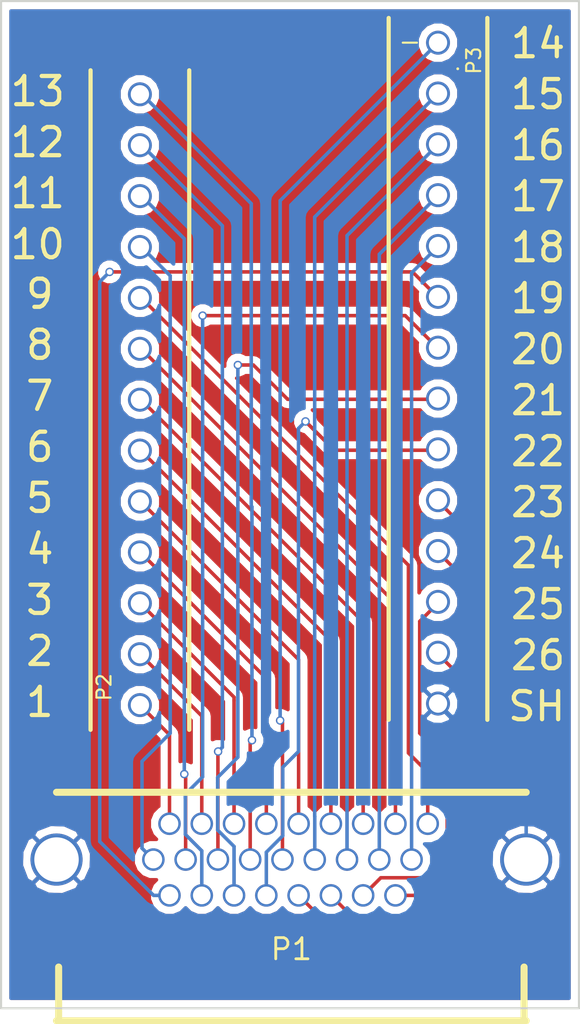
<source format=kicad_pcb>
(kicad_pcb (version 4) (host pcbnew 4.0.5-e0-6337~49~ubuntu16.04.1)

  (general
    (links 28)
    (no_connects 0)
    (area 128.924999 61.524999 170.075001 136.340001)
    (thickness 1.6)
    (drawings 32)
    (tracks 133)
    (zones 0)
    (modules 3)
    (nets 28)
  )

  (page A4)
  (layers
    (0 F.Cu signal)
    (31 B.Cu signal)
    (32 B.Adhes user)
    (33 F.Adhes user hide)
    (34 B.Paste user)
    (35 F.Paste user)
    (36 B.SilkS user)
    (37 F.SilkS user)
    (38 B.Mask user)
    (39 F.Mask user)
    (40 Dwgs.User user)
    (41 Cmts.User user)
    (42 Eco1.User user)
    (43 Eco2.User user)
    (44 Edge.Cuts user)
    (45 Margin user)
    (46 B.CrtYd user)
    (47 F.CrtYd user)
    (48 B.Fab user)
    (49 F.Fab user)
  )

  (setup
    (last_trace_width 0.25)
    (trace_clearance 0.2)
    (zone_clearance 0.508)
    (zone_45_only no)
    (trace_min 0.2)
    (segment_width 0.2)
    (edge_width 0.15)
    (via_size 0.6)
    (via_drill 0.4)
    (via_min_size 0.4)
    (via_min_drill 0.3)
    (uvia_size 0.3)
    (uvia_drill 0.1)
    (uvias_allowed no)
    (uvia_min_size 0.2)
    (uvia_min_drill 0.1)
    (pcb_text_width 0.3)
    (pcb_text_size 1.5 1.5)
    (mod_edge_width 0.15)
    (mod_text_size 1 1)
    (mod_text_width 0.15)
    (pad_size 1.524 1.524)
    (pad_drill 0.762)
    (pad_to_mask_clearance 0.2)
    (aux_axis_origin 0 0)
    (visible_elements FFFFFF7F)
    (pcbplotparams
      (layerselection 0x00030_80000001)
      (usegerberextensions false)
      (excludeedgelayer true)
      (linewidth 0.100000)
      (plotframeref false)
      (viasonmask false)
      (mode 1)
      (useauxorigin false)
      (hpglpennumber 1)
      (hpglpenspeed 20)
      (hpglpendiameter 15)
      (hpglpenoverlay 2)
      (psnegative false)
      (psa4output false)
      (plotreference true)
      (plotvalue true)
      (plotinvisibletext false)
      (padsonsilk false)
      (subtractmaskfromsilk false)
      (outputformat 1)
      (mirror false)
      (drillshape 1)
      (scaleselection 1)
      (outputdirectory ""))
  )

  (net 0 "")
  (net 1 /1)
  (net 2 /2)
  (net 3 /3)
  (net 4 /4)
  (net 5 /5)
  (net 6 /6)
  (net 7 /7)
  (net 8 /8)
  (net 9 /9)
  (net 10 /10)
  (net 11 /11)
  (net 12 /12)
  (net 13 /13)
  (net 14 /14)
  (net 15 /15)
  (net 16 /16)
  (net 17 /17)
  (net 18 /18)
  (net 19 /19)
  (net 20 /20)
  (net 21 /21)
  (net 22 /22)
  (net 23 /23)
  (net 24 /24)
  (net 25 /25)
  (net 26 /26)
  (net 27 /SH)

  (net_class Default "This is the default net class."
    (clearance 0.2)
    (trace_width 0.25)
    (via_dia 0.6)
    (via_drill 0.4)
    (uvia_dia 0.3)
    (uvia_drill 0.1)
    (add_net /1)
    (add_net /10)
    (add_net /11)
    (add_net /12)
    (add_net /13)
    (add_net /14)
    (add_net /15)
    (add_net /16)
    (add_net /17)
    (add_net /18)
    (add_net /19)
    (add_net /2)
    (add_net /20)
    (add_net /21)
    (add_net /22)
    (add_net /23)
    (add_net /24)
    (add_net /25)
    (add_net /26)
    (add_net /3)
    (add_net /4)
    (add_net /5)
    (add_net /6)
    (add_net /7)
    (add_net /8)
    (add_net /9)
    (add_net /SH)
  )

  (module OnShore-OSTTF-13 (layer F.Cu) (tedit 58C0FE9E) (tstamp 58B52B99)
    (at 138.85 113.51 90)
    (path /58B51863)
    (fp_text reference P2 (at 1.27 -2.54 90) (layer F.SilkS)
      (effects (font (size 1 1) (thickness 0.15)))
    )
    (fp_text value CONN_01X13 (at 21.59 2.54 90) (layer F.Fab)
      (effects (font (size 1 1) (thickness 0.15)))
    )
    (fp_line (start -1.75 -3.5) (end 45.000026 -3.5) (layer F.SilkS) (width 0.3))
    (fp_line (start -1.75 3.5) (end 45.000026 3.5) (layer F.SilkS) (width 0.3))
    (pad 1 thru_hole circle (at 0 0 90) (size 1.7 1.7) (drill 1.3) (layers *.Cu *.Mask)
      (net 1 /1))
    (pad 2 thru_hole circle (at 3.608333 0 90) (size 1.7 1.7) (drill 1.3) (layers *.Cu *.Mask)
      (net 2 /2))
    (pad 3 thru_hole circle (at 7.216666 0 90) (size 1.7 1.7) (drill 1.3) (layers *.Cu *.Mask)
      (net 3 /3))
    (pad 4 thru_hole circle (at 10.824999 0 90) (size 1.7 1.7) (drill 1.3) (layers *.Cu *.Mask)
      (net 4 /4))
    (pad 5 thru_hole circle (at 14.433332 0 90) (size 1.7 1.7) (drill 1.3) (layers *.Cu *.Mask)
      (net 5 /5))
    (pad 6 thru_hole circle (at 18.041665 0 90) (size 1.7 1.7) (drill 1.3) (layers *.Cu *.Mask)
      (net 6 /6))
    (pad 7 thru_hole circle (at 21.649998 0 90) (size 1.7 1.7) (drill 1.3) (layers *.Cu *.Mask)
      (net 7 /7))
    (pad 8 thru_hole circle (at 25.258331 0 90) (size 1.7 1.7) (drill 1.3) (layers *.Cu *.Mask)
      (net 8 /8))
    (pad 9 thru_hole circle (at 28.866664 0 90) (size 1.7 1.7) (drill 1.3) (layers *.Cu *.Mask)
      (net 9 /9))
    (pad 10 thru_hole circle (at 32.474997 0 90) (size 1.7 1.7) (drill 1.3) (layers *.Cu *.Mask)
      (net 10 /10))
    (pad 11 thru_hole circle (at 36.08333 0 90) (size 1.7 1.7) (drill 1.3) (layers *.Cu *.Mask)
      (net 11 /11))
    (pad 12 thru_hole circle (at 39.691663 0 90) (size 1.7 1.7) (drill 1.3) (layers *.Cu *.Mask)
      (net 12 /12))
    (pad 13 thru_hole circle (at 43.299996 0 90) (size 1.7 1.7) (drill 1.3) (layers *.Cu *.Mask)
      (net 13 /13))
  )

  (module OnShore-OSTTF-14 (layer F.Cu) (tedit 58C0FDFD) (tstamp 58B52BD7)
    (at 160 66.550006 270)
    (path /58B51932)
    (fp_text reference P3 (at 1.27 -2.54 270) (layer F.SilkS)
      (effects (font (size 1 1) (thickness 0.15)))
    )
    (fp_text value CONN_01X14 (at 21.59 2.54 270) (layer F.Fab)
      (effects (font (size 1 1) (thickness 0.15)))
    )
    (fp_line (start 0 2.5) (end 0 1.5) (layer F.SilkS) (width 0.15))
    (fp_line (start -1.75 3.5) (end 48 3.5) (layer F.SilkS) (width 0.3))
    (fp_line (start -1.75 -3.5) (end 48.0001 -3.5) (layer F.SilkS) (width 0.3))
    (pad 1 thru_hole circle (at 0 0 270) (size 1.7 1.7) (drill 1.3) (layers *.Cu *.Mask)
      (net 14 /14))
    (pad 2 thru_hole circle (at 3.603846 0 270) (size 1.7 1.7) (drill 1.3) (layers *.Cu *.Mask)
      (net 15 /15))
    (pad 3 thru_hole circle (at 7.207692 0 270) (size 1.7 1.7) (drill 1.3) (layers *.Cu *.Mask)
      (net 16 /16))
    (pad 4 thru_hole circle (at 10.811538 0 270) (size 1.7 1.7) (drill 1.3) (layers *.Cu *.Mask)
      (net 17 /17))
    (pad 5 thru_hole circle (at 14.415384 0 270) (size 1.7 1.7) (drill 1.3) (layers *.Cu *.Mask)
      (net 18 /18))
    (pad 6 thru_hole circle (at 18.01923 0 270) (size 1.7 1.7) (drill 1.3) (layers *.Cu *.Mask)
      (net 19 /19))
    (pad 7 thru_hole circle (at 21.623076 0 270) (size 1.7 1.7) (drill 1.3) (layers *.Cu *.Mask)
      (net 20 /20))
    (pad 8 thru_hole circle (at 25.226922 0 270) (size 1.7 1.7) (drill 1.3) (layers *.Cu *.Mask)
      (net 21 /21))
    (pad 9 thru_hole circle (at 28.830768 0 270) (size 1.7 1.7) (drill 1.3) (layers *.Cu *.Mask)
      (net 22 /22))
    (pad 10 thru_hole circle (at 32.434614 0 270) (size 1.7 1.7) (drill 1.3) (layers *.Cu *.Mask)
      (net 23 /23))
    (pad 11 thru_hole circle (at 36.03846 0 270) (size 1.7 1.7) (drill 1.3) (layers *.Cu *.Mask)
      (net 24 /24))
    (pad 12 thru_hole circle (at 39.642306 0 270) (size 1.7 1.7) (drill 1.3) (layers *.Cu *.Mask)
      (net 25 /25))
    (pad 13 thru_hole circle (at 43.246152 0 270) (size 1.7 1.7) (drill 1.3) (layers *.Cu *.Mask)
      (net 26 /26))
    (pad 14 thru_hole circle (at 46.849998 0 270) (size 1.7 1.7) (drill 1.3) (layers *.Cu *.Mask)
      (net 27 /SH))
  )

  (module dsub:DSUB-26+SH locked (layer F.Cu) (tedit 58B5239C) (tstamp 58B527EE)
    (at 149.595 124.46)
    (descr DSUB-26)
    (tags "DSUB 26")
    (path /58B51757)
    (fp_text reference P1 (at 0 6.35) (layer F.SilkS)
      (effects (font (size 1.5 1.5) (thickness 0.2)))
    )
    (fp_text value CONN_02X13+SH (at -7.62 8.89) (layer F.Fab)
      (effects (font (size 1.5 1.5) (thickness 0.2)))
    )
    (fp_line (start 16.51 11.43) (end 16.51 7.62) (layer F.SilkS) (width 0.5))
    (fp_line (start -16.66 11.43) (end 16.66 11.43) (layer F.SilkS) (width 0.5))
    (fp_line (start -16.66 -4.77) (end 16.66 -4.77) (layer F.SilkS) (width 0.5))
    (fp_line (start -16.51 11.43) (end -16.51 7.62) (layer F.SilkS) (width 0.5))
    (pad 1 thru_hole circle (at -8.645 -2.54) (size 1.6 1.6) (drill 1.25) (layers *.Cu *.Mask)
      (net 1 /1))
    (pad 2 thru_hole circle (at -6.355 -2.54) (size 1.6 1.6) (drill 1.25) (layers *.Cu *.Mask)
      (net 2 /2))
    (pad 3 thru_hole circle (at -4.065 -2.54) (size 1.6 1.6) (drill 1.25) (layers *.Cu *.Mask)
      (net 3 /3))
    (pad 4 thru_hole circle (at -1.775 -2.54) (size 1.6 1.6) (drill 1.25) (layers *.Cu *.Mask)
      (net 4 /4))
    (pad 5 thru_hole circle (at 0.515 -2.54) (size 1.6 1.6) (drill 1.25) (layers *.Cu *.Mask)
      (net 5 /5))
    (pad 6 thru_hole circle (at 2.805 -2.54) (size 1.6 1.6) (drill 1.25) (layers *.Cu *.Mask)
      (net 6 /6))
    (pad 7 thru_hole circle (at 5.095 -2.54) (size 1.6 1.6) (drill 1.25) (layers *.Cu *.Mask)
      (net 7 /7))
    (pad 8 thru_hole circle (at 7.385 -2.54) (size 1.6 1.6) (drill 1.25) (layers *.Cu *.Mask)
      (net 8 /8))
    (pad 9 thru_hole circle (at 9.675 -2.54) (size 1.6 1.6) (drill 1.25) (layers *.Cu *.Mask)
      (net 9 /9))
    (pad 10 thru_hole circle (at -9.79 0) (size 1.6 1.6) (drill 1.25) (layers *.Cu *.Mask)
      (net 10 /10))
    (pad 11 thru_hole circle (at -7.5 0) (size 1.6 1.6) (drill 1.25) (layers *.Cu *.Mask)
      (net 11 /11))
    (pad 12 thru_hole circle (at -5.21 0) (size 1.6 1.6) (drill 1.25) (layers *.Cu *.Mask)
      (net 12 /12))
    (pad 13 thru_hole circle (at -2.92 0) (size 1.6 1.6) (drill 1.25) (layers *.Cu *.Mask)
      (net 13 /13))
    (pad 14 thru_hole circle (at -0.63 0) (size 1.6 1.6) (drill 1.25) (layers *.Cu *.Mask)
      (net 14 /14))
    (pad 15 thru_hole circle (at 1.66 0) (size 1.6 1.6) (drill 1.25) (layers *.Cu *.Mask)
      (net 15 /15))
    (pad 16 thru_hole circle (at 3.95 0) (size 1.6 1.6) (drill 1.25) (layers *.Cu *.Mask)
      (net 16 /16))
    (pad 17 thru_hole circle (at 6.24 0) (size 1.6 1.6) (drill 1.25) (layers *.Cu *.Mask)
      (net 17 /17))
    (pad 18 thru_hole circle (at 8.53 0) (size 1.6 1.6) (drill 1.25) (layers *.Cu *.Mask)
      (net 18 /18))
    (pad 19 thru_hole circle (at -8.645 2.54) (size 1.6 1.6) (drill 1.25) (layers *.Cu *.Mask)
      (net 19 /19))
    (pad 20 thru_hole circle (at -6.355 2.54) (size 1.6 1.6) (drill 1.25) (layers *.Cu *.Mask)
      (net 20 /20))
    (pad 21 thru_hole circle (at -4.065 2.54) (size 1.6 1.6) (drill 1.25) (layers *.Cu *.Mask)
      (net 21 /21))
    (pad 22 thru_hole circle (at -1.775 2.54) (size 1.6 1.6) (drill 1.25) (layers *.Cu *.Mask)
      (net 22 /22))
    (pad 23 thru_hole circle (at 0.515 2.54) (size 1.6 1.6) (drill 1.25) (layers *.Cu *.Mask)
      (net 23 /23))
    (pad 24 thru_hole circle (at 2.805 2.54) (size 1.6 1.6) (drill 1.25) (layers *.Cu *.Mask)
      (net 24 /24))
    (pad 25 thru_hole circle (at 5.095 2.54) (size 1.6 1.6) (drill 1.25) (layers *.Cu *.Mask)
      (net 25 /25))
    (pad 26 thru_hole circle (at 7.385 2.54) (size 1.6 1.6) (drill 1.25) (layers *.Cu *.Mask)
      (net 26 /26))
    (pad 27 thru_hole circle (at -16.66 0) (size 3.7 3.7) (drill 3.15) (layers *.Cu *.Mask)
      (net 27 /SH))
    (pad 27 thru_hole circle (at 16.66 0) (size 3.7 3.7) (drill 3.15) (layers *.Cu *.Mask)
      (net 27 /SH))
  )

  (gr_line (start 161.4 68.4) (end 161.4 68.4) (layer F.SilkS) (width 0.2) (tstamp 58C0EC6F))
  (gr_text 1 (at 131.747619 113.299992) (layer F.SilkS) (tstamp 58B53DA0)
    (effects (font (size 2 2) (thickness 0.3)))
  )
  (gr_text 2 (at 131.747619 109.683326) (layer F.SilkS) (tstamp 58B53D9C)
    (effects (font (size 2 2) (thickness 0.3)))
  )
  (gr_text 3 (at 131.747619 106.06666) (layer F.SilkS) (tstamp 58B53D97)
    (effects (font (size 2 2) (thickness 0.3)))
  )
  (gr_text 4 (at 131.747619 102.449994) (layer F.SilkS) (tstamp 58B53D95)
    (effects (font (size 2 2) (thickness 0.3)))
  )
  (gr_text 5 (at 131.747619 98.833328) (layer F.SilkS) (tstamp 58B53D91)
    (effects (font (size 2 2) (thickness 0.3)))
  )
  (gr_text 6 (at 131.747619 95.216662) (layer F.SilkS) (tstamp 58B53D8F)
    (effects (font (size 2 2) (thickness 0.3)))
  )
  (gr_text 7 (at 131.747619 91.599996) (layer F.SilkS) (tstamp 58B53D8B)
    (effects (font (size 2 2) (thickness 0.3)))
  )
  (gr_text 8 (at 131.747619 87.98333) (layer F.SilkS) (tstamp 58B53D87)
    (effects (font (size 2 2) (thickness 0.3)))
  )
  (gr_text 9 (at 131.747619 84.366664) (layer F.SilkS) (tstamp 58B53D62)
    (effects (font (size 2 2) (thickness 0.3)))
  )
  (gr_text 10 (at 131.6 80.849998) (layer F.SilkS) (tstamp 58B53D5D)
    (effects (font (size 2 2) (thickness 0.3)))
  )
  (gr_text 11 (at 131.6 77.233332) (layer F.SilkS) (tstamp 58B53D5B)
    (effects (font (size 2 2) (thickness 0.3)))
  )
  (gr_text 12 (at 131.6 73.616666) (layer F.SilkS) (tstamp 58B53D54)
    (effects (font (size 2 2) (thickness 0.3)))
  )
  (gr_text SH (at 167 113.599992) (layer F.SilkS) (tstamp 58B53CC7)
    (effects (font (size 2 2) (thickness 0.3)))
  )
  (gr_text "26\n" (at 167.095238 109.984608) (layer F.SilkS) (tstamp 58B53CC3)
    (effects (font (size 2 2) (thickness 0.3)))
  )
  (gr_text "25\n" (at 167.095238 106.369224) (layer F.SilkS) (tstamp 58B53CC0)
    (effects (font (size 2 2) (thickness 0.3)))
  )
  (gr_text "24\n" (at 167.095238 102.75384) (layer F.SilkS) (tstamp 58B53CBE)
    (effects (font (size 2 2) (thickness 0.3)))
  )
  (gr_text "23\n" (at 167.095238 99.138456) (layer F.SilkS) (tstamp 58B53CB9)
    (effects (font (size 2 2) (thickness 0.3)))
  )
  (gr_text "22\n" (at 167.095238 95.523072) (layer F.SilkS) (tstamp 58B53CB6)
    (effects (font (size 2 2) (thickness 0.3)))
  )
  (gr_text 21 (at 167.095238 91.907688) (layer F.SilkS) (tstamp 58B53CB4)
    (effects (font (size 2 2) (thickness 0.3)))
  )
  (gr_text "20\n" (at 167.095238 88.292304) (layer F.SilkS) (tstamp 58B53CAE)
    (effects (font (size 2 2) (thickness 0.3)))
  )
  (gr_text "19\n" (at 167.095238 84.67692) (layer F.SilkS) (tstamp 58B53CAB)
    (effects (font (size 2 2) (thickness 0.3)))
  )
  (gr_text "18\n" (at 167.095238 81.061536) (layer F.SilkS) (tstamp 58B53C84)
    (effects (font (size 2 2) (thickness 0.3)))
  )
  (gr_text "17\n" (at 167.095238 77.446152) (layer F.SilkS) (tstamp 58B53C7B)
    (effects (font (size 2 2) (thickness 0.3)))
  )
  (gr_text "16\n" (at 167.095238 73.830768) (layer F.SilkS) (tstamp 58B53C78)
    (effects (font (size 2 2) (thickness 0.3)))
  )
  (gr_text "15\n" (at 167.095238 70.215384) (layer F.SilkS) (tstamp 58B53C64)
    (effects (font (size 2 2) (thickness 0.3)))
  )
  (gr_line (start 170 135) (end 129 135) (layer Edge.Cuts) (width 0.15))
  (gr_line (start 170 63.6) (end 170 135) (layer Edge.Cuts) (width 0.15))
  (gr_line (start 129 63.6) (end 170 63.6) (layer Edge.Cuts) (width 0.15))
  (gr_line (start 129 135) (end 129 63.6) (layer Edge.Cuts) (width 0.15))
  (gr_text "14\n" (at 167.095238 66.6) (layer F.SilkS) (tstamp 58B539F9)
    (effects (font (size 2 2) (thickness 0.3)))
  )
  (gr_text 13 (at 131.6 70) (layer F.SilkS)
    (effects (font (size 2 2) (thickness 0.3)))
  )

  (segment (start 140.95 121.92) (end 140.95 115.61) (width 0.25) (layer F.Cu) (net 1))
  (segment (start 140.95 115.61) (end 138.85 113.51) (width 0.25) (layer F.Cu) (net 1))
  (segment (start 143.24 121.92) (end 143.24 114.279167) (width 0.25) (layer F.Cu) (net 2))
  (segment (start 143.24 114.279167) (end 138.85 109.889167) (width 0.25) (layer F.Cu) (net 2))
  (segment (start 145.53 113.19) (end 145.53 112.948334) (width 0.25) (layer F.Cu) (net 3))
  (segment (start 145.53 112.948334) (end 138.85 106.268334) (width 0.25) (layer F.Cu) (net 3))
  (segment (start 145.53 121.92) (end 145.53 113.19) (width 0.25) (layer F.Cu) (net 3))
  (segment (start 147.82 121.92) (end 147.82 111.617501) (width 0.25) (layer F.Cu) (net 4))
  (segment (start 147.82 111.617501) (end 138.85 102.647501) (width 0.25) (layer F.Cu) (net 4))
  (segment (start 150.11 121.92) (end 150.11 110.286668) (width 0.25) (layer F.Cu) (net 5))
  (segment (start 150.11 110.286668) (end 138.85 99.026668) (width 0.25) (layer F.Cu) (net 5))
  (segment (start 152.4 121.92) (end 152.4 108.955835) (width 0.25) (layer F.Cu) (net 6))
  (segment (start 152.4 108.955835) (end 138.85 95.405835) (width 0.25) (layer F.Cu) (net 6))
  (segment (start 154.69 121.92) (end 154.69 107.625002) (width 0.25) (layer F.Cu) (net 7))
  (segment (start 154.69 107.625002) (end 138.85 91.785002) (width 0.25) (layer F.Cu) (net 7))
  (segment (start 156.98 121.92) (end 156.98 106.294169) (width 0.25) (layer F.Cu) (net 8))
  (segment (start 156.98 106.294169) (end 138.85 88.164169) (width 0.25) (layer F.Cu) (net 8))
  (segment (start 157.9 103.593336) (end 138.85 84.543336) (width 0.25) (layer F.Cu) (net 9))
  (segment (start 157.9 116.9) (end 157.9 103.593336) (width 0.25) (layer F.Cu) (net 9))
  (segment (start 159.27 121.92) (end 159.27 118.27) (width 0.25) (layer F.Cu) (net 9))
  (segment (start 159.27 118.27) (end 157.9 116.9) (width 0.25) (layer F.Cu) (net 9))
  (segment (start 139.805 124.46) (end 139 123.655) (width 0.25) (layer B.Cu) (net 10))
  (segment (start 139 123.655) (end 139 117.5) (width 0.25) (layer B.Cu) (net 10))
  (segment (start 139 117.5) (end 141 115.5) (width 0.25) (layer B.Cu) (net 10))
  (segment (start 141 115.5) (end 141 83.072503) (width 0.25) (layer B.Cu) (net 10))
  (segment (start 141 83.072503) (end 138.85 80.922503) (width 0.25) (layer B.Cu) (net 10))
  (segment (start 142 117.2) (end 142 80.45167) (width 0.25) (layer B.Cu) (net 11))
  (segment (start 142 80.45167) (end 138.85 77.30167) (width 0.25) (layer B.Cu) (net 11))
  (segment (start 142 117.6) (end 142 117.2) (width 0.25) (layer B.Cu) (net 11))
  (segment (start 142 118.4) (end 142 117.2) (width 0.25) (layer B.Cu) (net 11))
  (via (at 142 118.4) (size 0.6) (drill 0.4) (layers F.Cu B.Cu) (net 11))
  (segment (start 142.095 124.46) (end 142.095 118.8) (width 0.25) (layer F.Cu) (net 11))
  (segment (start 142.095 118.8) (end 142.095 118.495) (width 0.25) (layer F.Cu) (net 11))
  (segment (start 142.095 118.495) (end 142 118.4) (width 0.25) (layer F.Cu) (net 11))
  (segment (start 144.4 116.8) (end 144.699999 116.500001) (width 0.25) (layer B.Cu) (net 12))
  (segment (start 144.699999 116.500001) (end 144.699999 79.530836) (width 0.25) (layer B.Cu) (net 12))
  (segment (start 144.699999 79.530836) (end 138.85 73.680837) (width 0.25) (layer B.Cu) (net 12))
  (segment (start 144.385 124.46) (end 144.385 116.815) (width 0.25) (layer F.Cu) (net 12))
  (segment (start 144.385 116.815) (end 144.4 116.8) (width 0.25) (layer F.Cu) (net 12))
  (via (at 144.4 116.8) (size 0.6) (drill 0.4) (layers F.Cu B.Cu) (net 12))
  (segment (start 146.75 82.91) (end 146.75 77.960004) (width 0.25) (layer B.Cu) (net 13))
  (segment (start 146.75 77.960004) (end 138.85 70.060004) (width 0.25) (layer B.Cu) (net 13))
  (segment (start 146.75 82.91) (end 146.75 81.392998) (width 0.25) (layer B.Cu) (net 13))
  (segment (start 146.75 99.4) (end 146.8 99.45) (width 0.25) (layer B.Cu) (net 13))
  (segment (start 146.8 99.45) (end 146.8 116) (width 0.25) (layer B.Cu) (net 13))
  (segment (start 146.75 99.4) (end 146.75 82.91) (width 0.25) (layer B.Cu) (net 13))
  (segment (start 146.675 124.46) (end 146.675 116.125) (width 0.25) (layer F.Cu) (net 13))
  (segment (start 146.675 116.125) (end 146.8 116) (width 0.25) (layer F.Cu) (net 13))
  (via (at 146.8 116) (size 0.6) (drill 0.4) (layers F.Cu B.Cu) (net 13))
  (segment (start 148.8 114.6) (end 148.8 77.750006) (width 0.25) (layer B.Cu) (net 14))
  (segment (start 148.8 77.750006) (end 160 66.550006) (width 0.25) (layer B.Cu) (net 14))
  (segment (start 148.965 124.46) (end 148.965 114.765) (width 0.25) (layer F.Cu) (net 14))
  (segment (start 148.965 114.765) (end 148.8 114.6) (width 0.25) (layer F.Cu) (net 14))
  (via (at 148.8 114.6) (size 0.6) (drill 0.4) (layers F.Cu B.Cu) (net 14))
  (segment (start 151.255 124.46) (end 151.255 121.399998) (width 0.25) (layer B.Cu) (net 15))
  (segment (start 151.255 121.399998) (end 151.25 121.394998) (width 0.25) (layer B.Cu) (net 15))
  (segment (start 151.25 121.394998) (end 151.25 78.911544) (width 0.25) (layer B.Cu) (net 15))
  (segment (start 151.25 78.911544) (end 160 70.161544) (width 0.25) (layer B.Cu) (net 15))
  (segment (start 153.545 124.46) (end 153.545 80.228082) (width 0.25) (layer B.Cu) (net 16))
  (segment (start 153.545 80.228082) (end 160 73.773082) (width 0.25) (layer B.Cu) (net 16))
  (segment (start 155.835 124.46) (end 155.835 81.54962) (width 0.25) (layer B.Cu) (net 17))
  (segment (start 155.835 81.54962) (end 160 77.38462) (width 0.25) (layer B.Cu) (net 17))
  (segment (start 158.125 124.46) (end 158.125 82.871158) (width 0.25) (layer B.Cu) (net 18))
  (segment (start 158.125 82.871158) (end 160 80.996158) (width 0.25) (layer B.Cu) (net 18))
  (segment (start 140.95 127) (end 139.81863 127) (width 0.25) (layer B.Cu) (net 19))
  (segment (start 139.81863 127) (end 136 123.18137) (width 0.25) (layer B.Cu) (net 19))
  (segment (start 136 83.5) (end 136.7 82.8) (width 0.25) (layer B.Cu) (net 19))
  (segment (start 136 123.18137) (end 136 83.5) (width 0.25) (layer B.Cu) (net 19))
  (segment (start 160 84.607696) (end 158.192304 82.8) (width 0.25) (layer F.Cu) (net 19))
  (segment (start 158.192304 82.8) (end 157 82.8) (width 0.25) (layer F.Cu) (net 19))
  (segment (start 137.124264 82.8) (end 136.7 82.8) (width 0.25) (layer F.Cu) (net 19))
  (segment (start 157 82.8) (end 137.124264 82.8) (width 0.25) (layer F.Cu) (net 19))
  (via (at 136.7 82.8) (size 0.6) (drill 0.4) (layers F.Cu B.Cu) (net 19))
  (segment (start 143.3 85.9) (end 157.680766 85.9) (width 0.25) (layer F.Cu) (net 20))
  (segment (start 157.680766 85.9) (end 160 88.219234) (width 0.25) (layer F.Cu) (net 20))
  (segment (start 143.3 118.6) (end 143.3 85.9) (width 0.25) (layer B.Cu) (net 20))
  (via (at 143.3 85.9) (size 0.6) (drill 0.4) (layers F.Cu B.Cu) (net 20))
  (segment (start 142.075001 119.824999) (end 143.3 118.6) (width 0.25) (layer B.Cu) (net 20))
  (segment (start 142.075001 120.1) (end 142.075001 119.824999) (width 0.25) (layer B.Cu) (net 20))
  (segment (start 142.075001 120.1) (end 142.075001 119.724999) (width 0.25) (layer B.Cu) (net 20))
  (segment (start 142.075001 122.675001) (end 142.075001 120.1) (width 0.25) (layer B.Cu) (net 20))
  (segment (start 142.075001 120.1) (end 142.075001 120.024999) (width 0.25) (layer B.Cu) (net 20))
  (segment (start 143.24 123.84) (end 142.075001 122.675001) (width 0.25) (layer B.Cu) (net 20))
  (segment (start 143.24 127) (end 143.24 123.84) (width 0.25) (layer B.Cu) (net 20))
  (segment (start 146.9 89.4) (end 148.9 91.4) (width 0.25) (layer F.Cu) (net 21))
  (segment (start 160 91.830772) (end 149.330772 91.830772) (width 0.25) (layer F.Cu) (net 21))
  (segment (start 149.330772 91.830772) (end 148.9 91.4) (width 0.25) (layer F.Cu) (net 21))
  (segment (start 145.8 89.4) (end 146.9 89.4) (width 0.25) (layer F.Cu) (net 21))
  (segment (start 145.8 117.2) (end 145.8 89.4) (width 0.25) (layer B.Cu) (net 21))
  (via (at 145.8 89.4) (size 0.6) (drill 0.4) (layers F.Cu B.Cu) (net 21))
  (segment (start 144.365001 118.634999) (end 145.8 117.2) (width 0.25) (layer B.Cu) (net 21))
  (segment (start 144.365001 119.034999) (end 144.365001 118.634999) (width 0.25) (layer B.Cu) (net 21))
  (segment (start 144.365001 122.365001) (end 144.365001 119.034999) (width 0.25) (layer B.Cu) (net 21))
  (segment (start 145.53 123.53) (end 144.365001 122.365001) (width 0.25) (layer B.Cu) (net 21))
  (segment (start 145.53 127) (end 145.53 123.53) (width 0.25) (layer B.Cu) (net 21))
  (segment (start 150.6 93.4) (end 150.8 93.6) (width 0.25) (layer F.Cu) (net 22))
  (segment (start 152.64231 95.44231) (end 150.8 93.6) (width 0.25) (layer F.Cu) (net 22))
  (segment (start 150.8 93.6) (end 152.204719 95.004719) (width 0.25) (layer F.Cu) (net 22))
  (segment (start 160 95.44231) (end 152.64231 95.44231) (width 0.25) (layer F.Cu) (net 22))
  (segment (start 150.1 93.9) (end 150.6 93.4) (width 0.25) (layer B.Cu) (net 22))
  (via (at 150.6 93.4) (size 0.6) (drill 0.4) (layers F.Cu B.Cu) (net 22))
  (segment (start 150.1 116.8) (end 150.1 94.2) (width 0.25) (layer B.Cu) (net 22))
  (segment (start 150.1 94.2) (end 150.1 93.9) (width 0.25) (layer B.Cu) (net 22))
  (segment (start 148.984999 117.915001) (end 150.1 116.8) (width 0.25) (layer B.Cu) (net 22))
  (segment (start 148.984999 119.089999) (end 148.984999 117.915001) (width 0.25) (layer B.Cu) (net 22))
  (segment (start 148.984999 122.774999) (end 148.984999 119.089999) (width 0.25) (layer B.Cu) (net 22))
  (segment (start 147.82 127) (end 147.82 123.939998) (width 0.25) (layer B.Cu) (net 22))
  (segment (start 147.82 123.939998) (end 148.984999 122.774999) (width 0.25) (layer B.Cu) (net 22))
  (segment (start 150.11 127) (end 152.710033 129.600033) (width 0.25) (layer F.Cu) (net 23))
  (segment (start 152.710033 129.600033) (end 160 129.600033) (width 0.25) (layer F.Cu) (net 23))
  (segment (start 163.6 102.653848) (end 160 99.053848) (width 0.25) (layer F.Cu) (net 23))
  (segment (start 160 129.600033) (end 163.6 126.000033) (width 0.25) (layer F.Cu) (net 23))
  (segment (start 163.6 126.000033) (end 163.6 102.653848) (width 0.25) (layer F.Cu) (net 23))
  (segment (start 152.4 127) (end 154 128.6) (width 0.25) (layer F.Cu) (net 24))
  (segment (start 159.6 128.6) (end 162.6 125.6) (width 0.25) (layer F.Cu) (net 24))
  (segment (start 162.6 125.6) (end 162.6 105.265386) (width 0.25) (layer F.Cu) (net 24))
  (segment (start 154 128.6) (end 159.6 128.6) (width 0.25) (layer F.Cu) (net 24))
  (segment (start 162.6 105.265386) (end 160 102.665386) (width 0.25) (layer F.Cu) (net 24))
  (segment (start 154.69 127) (end 155.94 125.75) (width 0.25) (layer F.Cu) (net 25))
  (segment (start 158.7 115.5) (end 158.7 107.576924) (width 0.25) (layer F.Cu) (net 25))
  (segment (start 155.94 125.75) (end 159.05 125.75) (width 0.25) (layer F.Cu) (net 25))
  (segment (start 159.05 125.75) (end 160.65 124.15) (width 0.25) (layer F.Cu) (net 25))
  (segment (start 160.65 124.15) (end 160.65 117.45) (width 0.25) (layer F.Cu) (net 25))
  (segment (start 160.65 117.45) (end 158.7 115.5) (width 0.25) (layer F.Cu) (net 25))
  (segment (start 158.7 107.576924) (end 160 106.276924) (width 0.25) (layer F.Cu) (net 25))
  (segment (start 155.489999 126.200001) (end 154.69 127) (width 0.25) (layer F.Cu) (net 25))
  (segment (start 156.98 127) (end 159.45 127) (width 0.25) (layer F.Cu) (net 26))
  (segment (start 161.6 111.488462) (end 160 109.888462) (width 0.25) (layer F.Cu) (net 26))
  (segment (start 159.45 127) (end 161.6 124.85) (width 0.25) (layer F.Cu) (net 26))
  (segment (start 161.6 124.85) (end 161.6 111.488462) (width 0.25) (layer F.Cu) (net 26))
  (segment (start 166.255 124.46) (end 166.255 119.755) (width 0.25) (layer B.Cu) (net 27))
  (segment (start 166.255 119.755) (end 160 113.5) (width 0.25) (layer B.Cu) (net 27))
  (segment (start 165.1 123.305) (end 166.255 124.46) (width 0.25) (layer B.Cu) (net 27))

  (zone (net 27) (net_name /SH) (layer B.Cu) (tstamp 0) (hatch edge 0.508)
    (connect_pads (clearance 0.508))
    (min_thickness 0.254)
    (fill yes (arc_segments 16) (thermal_gap 0.508) (thermal_bridge_width 0.3))
    (polygon
      (pts
        (xy 129 63.6) (xy 170 63.6) (xy 170 135) (xy 129 135)
      )
    )
    (filled_polygon
      (pts
        (xy 169.29 134.29) (xy 129.71 134.29) (xy 129.71 126.155517) (xy 131.27201 126.155517) (xy 131.464407 126.523228)
        (xy 132.365912 126.928945) (xy 133.354056 126.958789) (xy 134.278402 126.608214) (xy 134.405593 126.523228) (xy 134.59799 126.155517)
        (xy 132.935 124.492527) (xy 131.27201 126.155517) (xy 129.71 126.155517) (xy 129.71 124.879056) (xy 130.436211 124.879056)
        (xy 130.786786 125.803402) (xy 130.871772 125.930593) (xy 131.239483 126.12299) (xy 132.902473 124.46) (xy 132.967527 124.46)
        (xy 134.630517 126.12299) (xy 134.998228 125.930593) (xy 135.403945 125.029088) (xy 135.433789 124.040944) (xy 135.083214 123.116598)
        (xy 134.998228 122.989407) (xy 134.630517 122.79701) (xy 132.967527 124.46) (xy 132.902473 124.46) (xy 131.239483 122.79701)
        (xy 130.871772 122.989407) (xy 130.466055 123.890912) (xy 130.436211 124.879056) (xy 129.71 124.879056) (xy 129.71 122.764483)
        (xy 131.27201 122.764483) (xy 132.935 124.427473) (xy 134.59799 122.764483) (xy 134.405593 122.396772) (xy 133.504088 121.991055)
        (xy 132.515944 121.961211) (xy 131.591598 122.311786) (xy 131.464407 122.396772) (xy 131.27201 122.764483) (xy 129.71 122.764483)
        (xy 129.71 83.5) (xy 135.24 83.5) (xy 135.24 123.18137) (xy 135.297852 123.472209) (xy 135.462599 123.718771)
        (xy 139.281229 127.537401) (xy 139.52779 127.702148) (xy 139.701747 127.73675) (xy 139.732757 127.8118) (xy 140.136077 128.215824)
        (xy 140.663309 128.43475) (xy 141.234187 128.435248) (xy 141.7618 128.217243) (xy 142.095227 127.884397) (xy 142.426077 128.215824)
        (xy 142.953309 128.43475) (xy 143.524187 128.435248) (xy 144.0518 128.217243) (xy 144.385227 127.884397) (xy 144.716077 128.215824)
        (xy 145.243309 128.43475) (xy 145.814187 128.435248) (xy 146.3418 128.217243) (xy 146.675227 127.884397) (xy 147.006077 128.215824)
        (xy 147.533309 128.43475) (xy 148.104187 128.435248) (xy 148.6318 128.217243) (xy 148.965227 127.884397) (xy 149.296077 128.215824)
        (xy 149.823309 128.43475) (xy 150.394187 128.435248) (xy 150.9218 128.217243) (xy 151.255227 127.884397) (xy 151.586077 128.215824)
        (xy 152.113309 128.43475) (xy 152.684187 128.435248) (xy 153.2118 128.217243) (xy 153.545227 127.884397) (xy 153.876077 128.215824)
        (xy 154.403309 128.43475) (xy 154.974187 128.435248) (xy 155.5018 128.217243) (xy 155.835227 127.884397) (xy 156.166077 128.215824)
        (xy 156.693309 128.43475) (xy 157.264187 128.435248) (xy 157.7918 128.217243) (xy 158.195824 127.813923) (xy 158.41475 127.286691)
        (xy 158.415248 126.715813) (xy 158.197243 126.1882) (xy 158.164617 126.155517) (xy 164.59201 126.155517) (xy 164.784407 126.523228)
        (xy 165.685912 126.928945) (xy 166.674056 126.958789) (xy 167.598402 126.608214) (xy 167.725593 126.523228) (xy 167.91799 126.155517)
        (xy 166.255 124.492527) (xy 164.59201 126.155517) (xy 158.164617 126.155517) (xy 157.904362 125.894808) (xy 158.409187 125.895248)
        (xy 158.9368 125.677243) (xy 159.340824 125.273923) (xy 159.504787 124.879056) (xy 163.756211 124.879056) (xy 164.106786 125.803402)
        (xy 164.191772 125.930593) (xy 164.559483 126.12299) (xy 166.222473 124.46) (xy 166.287527 124.46) (xy 167.950517 126.12299)
        (xy 168.318228 125.930593) (xy 168.723945 125.029088) (xy 168.753789 124.040944) (xy 168.403214 123.116598) (xy 168.318228 122.989407)
        (xy 167.950517 122.79701) (xy 166.287527 124.46) (xy 166.222473 124.46) (xy 164.559483 122.79701) (xy 164.191772 122.989407)
        (xy 163.786055 123.890912) (xy 163.756211 124.879056) (xy 159.504787 124.879056) (xy 159.55975 124.746691) (xy 159.560248 124.175813)
        (xy 159.342243 123.6482) (xy 159.049362 123.354808) (xy 159.554187 123.355248) (xy 160.0818 123.137243) (xy 160.45521 122.764483)
        (xy 164.59201 122.764483) (xy 166.255 124.427473) (xy 167.91799 122.764483) (xy 167.725593 122.396772) (xy 166.824088 121.991055)
        (xy 165.835944 121.961211) (xy 164.911598 122.311786) (xy 164.784407 122.396772) (xy 164.59201 122.764483) (xy 160.45521 122.764483)
        (xy 160.485824 122.733923) (xy 160.70475 122.206691) (xy 160.705248 121.635813) (xy 160.487243 121.1082) (xy 160.083923 120.704176)
        (xy 159.556691 120.48525) (xy 158.985813 120.484752) (xy 158.885 120.526407) (xy 158.885 114.374502) (xy 159.058029 114.374502)
        (xy 159.128749 114.638308) (xy 159.668947 114.877462) (xy 160.259546 114.891685) (xy 160.810631 114.678814) (xy 160.871251 114.638308)
        (xy 160.941971 114.374502) (xy 160 113.432531) (xy 159.058029 114.374502) (xy 158.885 114.374502) (xy 158.885 114.30431)
        (xy 159.025502 114.341975) (xy 159.967473 113.400004) (xy 160.032527 113.400004) (xy 160.974498 114.341975) (xy 161.238304 114.271255)
        (xy 161.477458 113.731057) (xy 161.491681 113.140458) (xy 161.27881 112.589373) (xy 161.238304 112.528753) (xy 160.974498 112.458033)
        (xy 160.032527 113.400004) (xy 159.967473 113.400004) (xy 159.025502 112.458033) (xy 158.885 112.495698) (xy 158.885 112.425506)
        (xy 159.058029 112.425506) (xy 160 113.367477) (xy 160.941971 112.425506) (xy 160.871251 112.1617) (xy 160.331053 111.922546)
        (xy 159.740454 111.908323) (xy 159.189369 112.121194) (xy 159.128749 112.1617) (xy 159.058029 112.425506) (xy 158.885 112.425506)
        (xy 158.885 110.781153) (xy 159.157717 111.054346) (xy 159.703319 111.2809) (xy 160.294089 111.281415) (xy 160.840086 111.055814)
        (xy 161.258188 110.638441) (xy 161.484742 110.092839) (xy 161.485257 109.502069) (xy 161.259656 108.956072) (xy 160.842283 108.53797)
        (xy 160.296681 108.311416) (xy 159.705911 108.310901) (xy 159.159914 108.536502) (xy 158.885 108.810937) (xy 158.885 107.177307)
        (xy 159.157717 107.4505) (xy 159.703319 107.677054) (xy 160.294089 107.677569) (xy 160.840086 107.451968) (xy 161.258188 107.034595)
        (xy 161.484742 106.488993) (xy 161.485257 105.898223) (xy 161.259656 105.352226) (xy 160.842283 104.934124) (xy 160.296681 104.70757)
        (xy 159.705911 104.707055) (xy 159.159914 104.932656) (xy 158.885 105.207091) (xy 158.885 103.573461) (xy 159.157717 103.846654)
        (xy 159.703319 104.073208) (xy 160.294089 104.073723) (xy 160.840086 103.848122) (xy 161.258188 103.430749) (xy 161.484742 102.885147)
        (xy 161.485257 102.294377) (xy 161.259656 101.74838) (xy 160.842283 101.330278) (xy 160.296681 101.103724) (xy 159.705911 101.103209)
        (xy 159.159914 101.32881) (xy 158.885 101.603245) (xy 158.885 99.969615) (xy 159.157717 100.242808) (xy 159.703319 100.469362)
        (xy 160.294089 100.469877) (xy 160.840086 100.244276) (xy 161.258188 99.826903) (xy 161.484742 99.281301) (xy 161.485257 98.690531)
        (xy 161.259656 98.144534) (xy 160.842283 97.726432) (xy 160.296681 97.499878) (xy 159.705911 97.499363) (xy 159.159914 97.724964)
        (xy 158.885 97.999399) (xy 158.885 96.365769) (xy 159.157717 96.638962) (xy 159.703319 96.865516) (xy 160.294089 96.866031)
        (xy 160.840086 96.64043) (xy 161.258188 96.223057) (xy 161.484742 95.677455) (xy 161.485257 95.086685) (xy 161.259656 94.540688)
        (xy 160.842283 94.122586) (xy 160.296681 93.896032) (xy 159.705911 93.895517) (xy 159.159914 94.121118) (xy 158.885 94.395553)
        (xy 158.885 92.761923) (xy 159.157717 93.035116) (xy 159.703319 93.26167) (xy 160.294089 93.262185) (xy 160.840086 93.036584)
        (xy 161.258188 92.619211) (xy 161.484742 92.073609) (xy 161.485257 91.482839) (xy 161.259656 90.936842) (xy 160.842283 90.51874)
        (xy 160.296681 90.292186) (xy 159.705911 90.291671) (xy 159.159914 90.517272) (xy 158.885 90.791707) (xy 158.885 89.158077)
        (xy 159.157717 89.43127) (xy 159.703319 89.657824) (xy 160.294089 89.658339) (xy 160.840086 89.432738) (xy 161.258188 89.015365)
        (xy 161.484742 88.469763) (xy 161.485257 87.878993) (xy 161.259656 87.332996) (xy 160.842283 86.914894) (xy 160.296681 86.68834)
        (xy 159.705911 86.687825) (xy 159.159914 86.913426) (xy 158.885 87.187861) (xy 158.885 85.554231) (xy 159.157717 85.827424)
        (xy 159.703319 86.053978) (xy 160.294089 86.054493) (xy 160.840086 85.828892) (xy 161.258188 85.411519) (xy 161.484742 84.865917)
        (xy 161.485257 84.275147) (xy 161.259656 83.72915) (xy 160.842283 83.311048) (xy 160.296681 83.084494) (xy 159.705911 83.083979)
        (xy 159.159914 83.30958) (xy 158.885 83.584015) (xy 158.885 83.18596) (xy 159.645031 82.425929) (xy 159.703319 82.450132)
        (xy 160.294089 82.450647) (xy 160.840086 82.225046) (xy 161.258188 81.807673) (xy 161.484742 81.262071) (xy 161.485257 80.671301)
        (xy 161.259656 80.125304) (xy 160.842283 79.707202) (xy 160.296681 79.480648) (xy 159.705911 79.480133) (xy 159.159914 79.705734)
        (xy 158.741812 80.123107) (xy 158.515258 80.668709) (xy 158.514743 81.259479) (xy 158.557762 81.363594) (xy 157.587599 82.333757)
        (xy 157.422852 82.580319) (xy 157.365 82.871158) (xy 157.365 120.526071) (xy 157.266691 120.48525) (xy 156.695813 120.484752)
        (xy 156.595 120.526407) (xy 156.595 81.864422) (xy 159.639596 78.819826) (xy 159.703319 78.846286) (xy 160.294089 78.846801)
        (xy 160.840086 78.6212) (xy 161.258188 78.203827) (xy 161.484742 77.658225) (xy 161.485257 77.067455) (xy 161.259656 76.521458)
        (xy 160.842283 76.103356) (xy 160.296681 75.876802) (xy 159.705911 75.876287) (xy 159.159914 76.101888) (xy 158.741812 76.519261)
        (xy 158.515258 77.064863) (xy 158.514743 77.655633) (xy 158.555513 77.754305) (xy 155.297599 81.012219) (xy 155.132852 81.258781)
        (xy 155.075 81.54962) (xy 155.075 120.526071) (xy 154.976691 120.48525) (xy 154.405813 120.484752) (xy 154.305 120.526407)
        (xy 154.305 80.542884) (xy 159.634161 75.213723) (xy 159.703319 75.24244) (xy 160.294089 75.242955) (xy 160.840086 75.017354)
        (xy 161.258188 74.599981) (xy 161.484742 74.054379) (xy 161.485257 73.463609) (xy 161.259656 72.917612) (xy 160.842283 72.49951)
        (xy 160.296681 72.272956) (xy 159.705911 72.272441) (xy 159.159914 72.498042) (xy 158.741812 72.915415) (xy 158.515258 73.461017)
        (xy 158.514743 74.051787) (xy 158.553264 74.145016) (xy 153.007599 79.690681) (xy 152.842852 79.937243) (xy 152.785 80.228082)
        (xy 152.785 120.526071) (xy 152.686691 120.48525) (xy 152.115813 120.484752) (xy 152.01 120.528473) (xy 152.01 79.226346)
        (xy 159.628726 71.60762) (xy 159.703319 71.638594) (xy 160.294089 71.639109) (xy 160.840086 71.413508) (xy 161.258188 70.996135)
        (xy 161.484742 70.450533) (xy 161.485257 69.859763) (xy 161.259656 69.313766) (xy 160.842283 68.895664) (xy 160.296681 68.66911)
        (xy 159.705911 68.668595) (xy 159.159914 68.894196) (xy 158.741812 69.311569) (xy 158.515258 69.857171) (xy 158.514743 70.447941)
        (xy 158.551015 70.535727) (xy 150.712599 78.374143) (xy 150.547852 78.620705) (xy 150.49 78.911544) (xy 150.49 92.464903)
        (xy 150.414833 92.464838) (xy 150.071057 92.606883) (xy 149.807808 92.869673) (xy 149.665162 93.213201) (xy 149.665121 93.260077)
        (xy 149.562599 93.362599) (xy 149.56 93.366489) (xy 149.56 78.064808) (xy 159.623291 68.001517) (xy 159.703319 68.034748)
        (xy 160.294089 68.035263) (xy 160.840086 67.809662) (xy 161.258188 67.392289) (xy 161.484742 66.846687) (xy 161.485257 66.255917)
        (xy 161.259656 65.70992) (xy 160.842283 65.291818) (xy 160.296681 65.065264) (xy 159.705911 65.064749) (xy 159.159914 65.29035)
        (xy 158.741812 65.707723) (xy 158.515258 66.253325) (xy 158.514743 66.844095) (xy 158.548766 66.926438) (xy 148.262599 77.212605)
        (xy 148.097852 77.459167) (xy 148.04 77.750006) (xy 148.04 114.037537) (xy 148.007808 114.069673) (xy 147.865162 114.413201)
        (xy 147.864838 114.785167) (xy 148.006883 115.128943) (xy 148.269673 115.392192) (xy 148.613201 115.534838) (xy 148.985167 115.535162)
        (xy 149.328943 115.393117) (xy 149.34 115.382079) (xy 149.34 116.485198) (xy 148.447598 117.3776) (xy 148.282851 117.624162)
        (xy 148.224999 117.915001) (xy 148.224999 120.534376) (xy 148.106691 120.48525) (xy 147.535813 120.484752) (xy 147.0082 120.702757)
        (xy 146.674773 121.035603) (xy 146.343923 120.704176) (xy 145.816691 120.48525) (xy 145.245813 120.484752) (xy 145.125001 120.53467)
        (xy 145.125001 118.949801) (xy 146.337401 117.737401) (xy 146.502148 117.490839) (xy 146.56 117.2) (xy 146.56 116.912747)
        (xy 146.613201 116.934838) (xy 146.985167 116.935162) (xy 147.328943 116.793117) (xy 147.592192 116.530327) (xy 147.734838 116.186799)
        (xy 147.735162 115.814833) (xy 147.593117 115.471057) (xy 147.56 115.437882) (xy 147.56 99.45) (xy 147.51 99.198635)
        (xy 147.51 77.960004) (xy 147.452148 77.669165) (xy 147.287401 77.422603) (xy 140.334774 70.469976) (xy 140.335257 69.915915)
        (xy 140.109656 69.369918) (xy 139.692283 68.951816) (xy 139.146681 68.725262) (xy 138.555911 68.724747) (xy 138.009914 68.950348)
        (xy 137.591812 69.367721) (xy 137.365258 69.913323) (xy 137.364743 70.504093) (xy 137.590344 71.05009) (xy 138.007717 71.468192)
        (xy 138.553319 71.694746) (xy 139.144089 71.695261) (xy 139.332575 71.617381) (xy 145.99 78.274806) (xy 145.99 88.466491)
        (xy 145.986799 88.465162) (xy 145.614833 88.464838) (xy 145.459999 88.528814) (xy 145.459999 79.530836) (xy 145.402147 79.239997)
        (xy 145.2374 78.993435) (xy 140.334763 74.090798) (xy 140.335257 73.524248) (xy 140.109656 72.978251) (xy 139.692283 72.560149)
        (xy 139.146681 72.333595) (xy 138.555911 72.33308) (xy 138.009914 72.558681) (xy 137.591812 72.976054) (xy 137.365258 73.521656)
        (xy 137.364743 74.112426) (xy 137.590344 74.658423) (xy 138.007717 75.076525) (xy 138.553319 75.303079) (xy 139.144089 75.303594)
        (xy 139.323729 75.229368) (xy 143.939999 79.845638) (xy 143.939999 85.217672) (xy 143.830327 85.107808) (xy 143.486799 84.965162)
        (xy 143.114833 84.964838) (xy 142.771057 85.106883) (xy 142.76 85.117921) (xy 142.76 80.45167) (xy 142.702148 80.160831)
        (xy 142.537401 79.914269) (xy 140.334752 77.71162) (xy 140.335257 77.132581) (xy 140.109656 76.586584) (xy 139.692283 76.168482)
        (xy 139.146681 75.941928) (xy 138.555911 75.941413) (xy 138.009914 76.167014) (xy 137.591812 76.584387) (xy 137.365258 77.129989)
        (xy 137.364743 77.720759) (xy 137.590344 78.266756) (xy 138.007717 78.684858) (xy 138.553319 78.911412) (xy 139.144089 78.911927)
        (xy 139.314884 78.841356) (xy 141.24 80.766472) (xy 141.24 82.237701) (xy 140.334519 81.33222) (xy 140.334742 81.331684)
        (xy 140.335257 80.740914) (xy 140.109656 80.194917) (xy 139.692283 79.776815) (xy 139.146681 79.550261) (xy 138.555911 79.549746)
        (xy 138.009914 79.775347) (xy 137.591812 80.19272) (xy 137.365258 80.738322) (xy 137.364743 81.329092) (xy 137.590344 81.875089)
        (xy 138.007717 82.293191) (xy 138.553319 82.519745) (xy 139.144089 82.52026) (xy 139.306039 82.453344) (xy 140.24 83.387305)
        (xy 140.24 84.118707) (xy 140.109656 83.80325) (xy 139.692283 83.385148) (xy 139.146681 83.158594) (xy 138.555911 83.158079)
        (xy 138.009914 83.38368) (xy 137.591812 83.801053) (xy 137.365258 84.346655) (xy 137.364743 84.937425) (xy 137.590344 85.483422)
        (xy 138.007717 85.901524) (xy 138.553319 86.128078) (xy 139.144089 86.128593) (xy 139.690086 85.902992) (xy 140.108188 85.485619)
        (xy 140.24 85.168181) (xy 140.24 87.72704) (xy 140.109656 87.411583) (xy 139.692283 86.993481) (xy 139.146681 86.766927)
        (xy 138.555911 86.766412) (xy 138.009914 86.992013) (xy 137.591812 87.409386) (xy 137.365258 87.954988) (xy 137.364743 88.545758)
        (xy 137.590344 89.091755) (xy 138.007717 89.509857) (xy 138.553319 89.736411) (xy 139.144089 89.736926) (xy 139.690086 89.511325)
        (xy 140.108188 89.093952) (xy 140.24 88.776514) (xy 140.24 91.335373) (xy 140.109656 91.019916) (xy 139.692283 90.601814)
        (xy 139.146681 90.37526) (xy 138.555911 90.374745) (xy 138.009914 90.600346) (xy 137.591812 91.017719) (xy 137.365258 91.563321)
        (xy 137.364743 92.154091) (xy 137.590344 92.700088) (xy 138.007717 93.11819) (xy 138.553319 93.344744) (xy 139.144089 93.345259)
        (xy 139.690086 93.119658) (xy 140.108188 92.702285) (xy 140.24 92.384847) (xy 140.24 94.943706) (xy 140.109656 94.628249)
        (xy 139.692283 94.210147) (xy 139.146681 93.983593) (xy 138.555911 93.983078) (xy 138.009914 94.208679) (xy 137.591812 94.626052)
        (xy 137.365258 95.171654) (xy 137.364743 95.762424) (xy 137.590344 96.308421) (xy 138.007717 96.726523) (xy 138.553319 96.953077)
        (xy 139.144089 96.953592) (xy 139.690086 96.727991) (xy 140.108188 96.310618) (xy 140.24 95.99318) (xy 140.24 98.552039)
        (xy 140.109656 98.236582) (xy 139.692283 97.81848) (xy 139.146681 97.591926) (xy 138.555911 97.591411) (xy 138.009914 97.817012)
        (xy 137.591812 98.234385) (xy 137.365258 98.779987) (xy 137.364743 99.370757) (xy 137.590344 99.916754) (xy 138.007717 100.334856)
        (xy 138.553319 100.56141) (xy 139.144089 100.561925) (xy 139.690086 100.336324) (xy 140.108188 99.918951) (xy 140.24 99.601513)
        (xy 140.24 102.160372) (xy 140.109656 101.844915) (xy 139.692283 101.426813) (xy 139.146681 101.200259) (xy 138.555911 101.199744)
        (xy 138.009914 101.425345) (xy 137.591812 101.842718) (xy 137.365258 102.38832) (xy 137.364743 102.97909) (xy 137.590344 103.525087)
        (xy 138.007717 103.943189) (xy 138.553319 104.169743) (xy 139.144089 104.170258) (xy 139.690086 103.944657) (xy 140.108188 103.527284)
        (xy 140.24 103.209846) (xy 140.24 105.768705) (xy 140.109656 105.453248) (xy 139.692283 105.035146) (xy 139.146681 104.808592)
        (xy 138.555911 104.808077) (xy 138.009914 105.033678) (xy 137.591812 105.451051) (xy 137.365258 105.996653) (xy 137.364743 106.587423)
        (xy 137.590344 107.13342) (xy 138.007717 107.551522) (xy 138.553319 107.778076) (xy 139.144089 107.778591) (xy 139.690086 107.55299)
        (xy 140.108188 107.135617) (xy 140.24 106.818179) (xy 140.24 109.377038) (xy 140.109656 109.061581) (xy 139.692283 108.643479)
        (xy 139.146681 108.416925) (xy 138.555911 108.41641) (xy 138.009914 108.642011) (xy 137.591812 109.059384) (xy 137.365258 109.604986)
        (xy 137.364743 110.195756) (xy 137.590344 110.741753) (xy 138.007717 111.159855) (xy 138.553319 111.386409) (xy 139.144089 111.386924)
        (xy 139.690086 111.161323) (xy 140.108188 110.74395) (xy 140.24 110.426512) (xy 140.24 112.985371) (xy 140.109656 112.669914)
        (xy 139.692283 112.251812) (xy 139.146681 112.025258) (xy 138.555911 112.024743) (xy 138.009914 112.250344) (xy 137.591812 112.667717)
        (xy 137.365258 113.213319) (xy 137.364743 113.804089) (xy 137.590344 114.350086) (xy 138.007717 114.768188) (xy 138.553319 114.994742)
        (xy 139.144089 114.995257) (xy 139.690086 114.769656) (xy 140.108188 114.352283) (xy 140.24 114.034845) (xy 140.24 115.185198)
        (xy 138.462599 116.962599) (xy 138.297852 117.209161) (xy 138.24 117.5) (xy 138.24 123.655) (xy 138.297852 123.945839)
        (xy 138.400755 124.099845) (xy 138.37025 124.173309) (xy 138.369985 124.476553) (xy 136.76 122.866568) (xy 136.76 83.814802)
        (xy 136.83968 83.735122) (xy 136.885167 83.735162) (xy 137.228943 83.593117) (xy 137.492192 83.330327) (xy 137.634838 82.986799)
        (xy 137.635162 82.614833) (xy 137.493117 82.271057) (xy 137.230327 82.007808) (xy 136.886799 81.865162) (xy 136.514833 81.864838)
        (xy 136.171057 82.006883) (xy 135.907808 82.269673) (xy 135.765162 82.613201) (xy 135.765121 82.660076) (xy 135.462599 82.962599)
        (xy 135.297852 83.209161) (xy 135.24 83.5) (xy 129.71 83.5) (xy 129.71 64.31) (xy 169.29 64.31)
      )
    )
  )
  (zone (net 27) (net_name /SH) (layer F.Cu) (tstamp 0) (hatch edge 0.508)
    (connect_pads (clearance 0.508))
    (min_thickness 0.254)
    (fill yes (arc_segments 16) (thermal_gap 0.508) (thermal_bridge_width 0.3))
    (polygon
      (pts
        (xy 129 63.6) (xy 170 63.6) (xy 170 135) (xy 129 135)
      )
    )
    (filled_polygon
      (pts
        (xy 169.29 134.29) (xy 129.71 134.29) (xy 129.71 126.155517) (xy 131.27201 126.155517) (xy 131.464407 126.523228)
        (xy 132.365912 126.928945) (xy 133.354056 126.958789) (xy 134.278402 126.608214) (xy 134.405593 126.523228) (xy 134.59799 126.155517)
        (xy 132.935 124.492527) (xy 131.27201 126.155517) (xy 129.71 126.155517) (xy 129.71 124.879056) (xy 130.436211 124.879056)
        (xy 130.786786 125.803402) (xy 130.871772 125.930593) (xy 131.239483 126.12299) (xy 132.902473 124.46) (xy 132.967527 124.46)
        (xy 134.630517 126.12299) (xy 134.998228 125.930593) (xy 135.403945 125.029088) (xy 135.433789 124.040944) (xy 135.083214 123.116598)
        (xy 134.998228 122.989407) (xy 134.630517 122.79701) (xy 132.967527 124.46) (xy 132.902473 124.46) (xy 131.239483 122.79701)
        (xy 130.871772 122.989407) (xy 130.466055 123.890912) (xy 130.436211 124.879056) (xy 129.71 124.879056) (xy 129.71 122.764483)
        (xy 131.27201 122.764483) (xy 132.935 124.427473) (xy 134.59799 122.764483) (xy 134.405593 122.396772) (xy 133.504088 121.991055)
        (xy 132.515944 121.961211) (xy 131.591598 122.311786) (xy 131.464407 122.396772) (xy 131.27201 122.764483) (xy 129.71 122.764483)
        (xy 129.71 82.985167) (xy 135.764838 82.985167) (xy 135.906883 83.328943) (xy 136.169673 83.592192) (xy 136.513201 83.734838)
        (xy 136.885167 83.735162) (xy 137.228943 83.593117) (xy 137.262118 83.56) (xy 137.833286 83.56) (xy 137.591812 83.801053)
        (xy 137.365258 84.346655) (xy 137.364743 84.937425) (xy 137.590344 85.483422) (xy 138.007717 85.901524) (xy 138.553319 86.128078)
        (xy 139.144089 86.128593) (xy 139.297194 86.065332) (xy 157.14 103.908138) (xy 157.14 105.379367) (xy 140.327184 88.566551)
        (xy 140.334742 88.54835) (xy 140.335257 87.95758) (xy 140.109656 87.411583) (xy 139.692283 86.993481) (xy 139.146681 86.766927)
        (xy 138.555911 86.766412) (xy 138.009914 86.992013) (xy 137.591812 87.409386) (xy 137.365258 87.954988) (xy 137.364743 88.545758)
        (xy 137.590344 89.091755) (xy 138.007717 89.509857) (xy 138.553319 89.736411) (xy 139.144089 89.736926) (xy 139.288348 89.677319)
        (xy 156.22 106.608971) (xy 156.22 120.681354) (xy 156.1682 120.702757) (xy 155.834773 121.035603) (xy 155.503923 120.704176)
        (xy 155.45 120.681785) (xy 155.45 107.625002) (xy 155.392148 107.334163) (xy 155.227401 107.087601) (xy 140.323517 92.183717)
        (xy 140.334742 92.156683) (xy 140.335257 91.565913) (xy 140.109656 91.019916) (xy 139.692283 90.601814) (xy 139.146681 90.37526)
        (xy 138.555911 90.374745) (xy 138.009914 90.600346) (xy 137.591812 91.017719) (xy 137.365258 91.563321) (xy 137.364743 92.154091)
        (xy 137.590344 92.700088) (xy 138.007717 93.11819) (xy 138.553319 93.344744) (xy 139.144089 93.345259) (xy 139.279503 93.289307)
        (xy 153.93 107.939804) (xy 153.93 120.681354) (xy 153.8782 120.702757) (xy 153.544773 121.035603) (xy 153.213923 120.704176)
        (xy 153.16 120.681785) (xy 153.16 108.955835) (xy 153.102148 108.664996) (xy 152.937401 108.418434) (xy 140.319849 95.800882)
        (xy 140.334742 95.765016) (xy 140.335257 95.174246) (xy 140.109656 94.628249) (xy 139.692283 94.210147) (xy 139.146681 93.983593)
        (xy 138.555911 93.983078) (xy 138.009914 94.208679) (xy 137.591812 94.626052) (xy 137.365258 95.171654) (xy 137.364743 95.762424)
        (xy 137.590344 96.308421) (xy 138.007717 96.726523) (xy 138.553319 96.953077) (xy 139.144089 96.953592) (xy 139.270658 96.901295)
        (xy 151.64 109.270637) (xy 151.64 120.681354) (xy 151.5882 120.702757) (xy 151.254773 121.035603) (xy 150.923923 120.704176)
        (xy 150.87 120.681785) (xy 150.87 110.286668) (xy 150.812148 109.995829) (xy 150.647401 109.749267) (xy 140.316182 99.418048)
        (xy 140.334742 99.373349) (xy 140.335257 98.782579) (xy 140.109656 98.236582) (xy 139.692283 97.81848) (xy 139.146681 97.591926)
        (xy 138.555911 97.591411) (xy 138.009914 97.817012) (xy 137.591812 98.234385) (xy 137.365258 98.779987) (xy 137.364743 99.370757)
        (xy 137.590344 99.916754) (xy 138.007717 100.334856) (xy 138.553319 100.56141) (xy 139.144089 100.561925) (xy 139.261813 100.513283)
        (xy 149.35 110.60147) (xy 149.35 113.827515) (xy 149.330327 113.807808) (xy 148.986799 113.665162) (xy 148.614833 113.664838)
        (xy 148.58 113.679231) (xy 148.58 111.617501) (xy 148.522148 111.326662) (xy 148.357401 111.0801) (xy 140.312514 103.035213)
        (xy 140.334742 102.981682) (xy 140.335257 102.390912) (xy 140.109656 101.844915) (xy 139.692283 101.426813) (xy 139.146681 101.200259)
        (xy 138.555911 101.199744) (xy 138.009914 101.425345) (xy 137.591812 101.842718) (xy 137.365258 102.38832) (xy 137.364743 102.97909)
        (xy 137.590344 103.525087) (xy 138.007717 103.943189) (xy 138.553319 104.169743) (xy 139.144089 104.170258) (xy 139.252967 104.12527)
        (xy 147.06 111.932303) (xy 147.06 115.095558) (xy 146.986799 115.065162) (xy 146.614833 115.064838) (xy 146.29 115.199056)
        (xy 146.29 112.948334) (xy 146.232148 112.657495) (xy 146.067401 112.410933) (xy 140.308846 106.652378) (xy 140.334742 106.590015)
        (xy 140.335257 105.999245) (xy 140.109656 105.453248) (xy 139.692283 105.035146) (xy 139.146681 104.808592) (xy 138.555911 104.808077)
        (xy 138.009914 105.033678) (xy 137.591812 105.451051) (xy 137.365258 105.996653) (xy 137.364743 106.587423) (xy 137.590344 107.13342)
        (xy 138.007717 107.551522) (xy 138.553319 107.778076) (xy 139.144089 107.778591) (xy 139.244122 107.737258) (xy 144.77 113.263136)
        (xy 144.77 115.941234) (xy 144.586799 115.865162) (xy 144.214833 115.864838) (xy 144 115.953605) (xy 144 114.279167)
        (xy 143.942148 113.988328) (xy 143.777401 113.741766) (xy 140.305179 110.269544) (xy 140.334742 110.198348) (xy 140.335257 109.607578)
        (xy 140.109656 109.061581) (xy 139.692283 108.643479) (xy 139.146681 108.416925) (xy 138.555911 108.41641) (xy 138.009914 108.642011)
        (xy 137.591812 109.059384) (xy 137.365258 109.604986) (xy 137.364743 110.195756) (xy 137.590344 110.741753) (xy 138.007717 111.159855)
        (xy 138.553319 111.386409) (xy 139.144089 111.386924) (xy 139.235277 111.349246) (xy 142.48 114.593969) (xy 142.48 117.58691)
        (xy 142.186799 117.465162) (xy 141.814833 117.464838) (xy 141.71 117.508154) (xy 141.71 115.61) (xy 141.652148 115.319161)
        (xy 141.652148 115.31916) (xy 141.487401 115.072599) (xy 140.301511 113.886709) (xy 140.334742 113.806681) (xy 140.335257 113.215911)
        (xy 140.109656 112.669914) (xy 139.692283 112.251812) (xy 139.146681 112.025258) (xy 138.555911 112.024743) (xy 138.009914 112.250344)
        (xy 137.591812 112.667717) (xy 137.365258 113.213319) (xy 137.364743 113.804089) (xy 137.590344 114.350086) (xy 138.007717 114.768188)
        (xy 138.553319 114.994742) (xy 139.144089 114.995257) (xy 139.226432 114.961234) (xy 140.19 115.924802) (xy 140.19 120.681354)
        (xy 140.1382 120.702757) (xy 139.734176 121.106077) (xy 139.51525 121.633309) (xy 139.514752 122.204187) (xy 139.732757 122.7318)
        (xy 140.025638 123.025192) (xy 139.520813 123.024752) (xy 138.9932 123.242757) (xy 138.589176 123.646077) (xy 138.37025 124.173309)
        (xy 138.369752 124.744187) (xy 138.587757 125.2718) (xy 138.991077 125.675824) (xy 139.518309 125.89475) (xy 140.025568 125.895193)
        (xy 139.734176 126.186077) (xy 139.51525 126.713309) (xy 139.514752 127.284187) (xy 139.732757 127.8118) (xy 140.136077 128.215824)
        (xy 140.663309 128.43475) (xy 141.234187 128.435248) (xy 141.7618 128.217243) (xy 142.095227 127.884397) (xy 142.426077 128.215824)
        (xy 142.953309 128.43475) (xy 143.524187 128.435248) (xy 144.0518 128.217243) (xy 144.385227 127.884397) (xy 144.716077 128.215824)
        (xy 145.243309 128.43475) (xy 145.814187 128.435248) (xy 146.3418 128.217243) (xy 146.675227 127.884397) (xy 147.006077 128.215824)
        (xy 147.533309 128.43475) (xy 148.104187 128.435248) (xy 148.6318 128.217243) (xy 148.965227 127.884397) (xy 149.296077 128.215824)
        (xy 149.823309 128.43475) (xy 150.394187 128.435248) (xy 150.448149 128.412951) (xy 152.172632 130.137434) (xy 152.419194 130.302181)
        (xy 152.710033 130.360033) (xy 160 130.360033) (xy 160.290839 130.302181) (xy 160.537401 130.137434) (xy 164.137401 126.537434)
        (xy 164.302148 126.290872) (xy 164.329071 126.155517) (xy 164.59201 126.155517) (xy 164.784407 126.523228) (xy 165.685912 126.928945)
        (xy 166.674056 126.958789) (xy 167.598402 126.608214) (xy 167.725593 126.523228) (xy 167.91799 126.155517) (xy 166.255 124.492527)
        (xy 164.59201 126.155517) (xy 164.329071 126.155517) (xy 164.356652 126.016863) (xy 164.559483 126.12299) (xy 166.222473 124.46)
        (xy 166.287527 124.46) (xy 167.950517 126.12299) (xy 168.318228 125.930593) (xy 168.723945 125.029088) (xy 168.753789 124.040944)
        (xy 168.403214 123.116598) (xy 168.318228 122.989407) (xy 167.950517 122.79701) (xy 166.287527 124.46) (xy 166.222473 124.46)
        (xy 164.559483 122.79701) (xy 164.36 122.901385) (xy 164.36 122.764483) (xy 164.59201 122.764483) (xy 166.255 124.427473)
        (xy 167.91799 122.764483) (xy 167.725593 122.396772) (xy 166.824088 121.991055) (xy 165.835944 121.961211) (xy 164.911598 122.311786)
        (xy 164.784407 122.396772) (xy 164.59201 122.764483) (xy 164.36 122.764483) (xy 164.36 102.653848) (xy 164.302148 102.363009)
        (xy 164.137401 102.116447) (xy 161.4312 99.410246) (xy 161.484742 99.281301) (xy 161.485257 98.690531) (xy 161.259656 98.144534)
        (xy 160.842283 97.726432) (xy 160.296681 97.499878) (xy 159.705911 97.499363) (xy 159.159914 97.724964) (xy 158.741812 98.142337)
        (xy 158.515258 98.687939) (xy 158.514743 99.278709) (xy 158.740344 99.824706) (xy 159.157717 100.242808) (xy 159.703319 100.469362)
        (xy 160.294089 100.469877) (xy 160.327445 100.456095) (xy 162.84 102.96865) (xy 162.84 104.430584) (xy 161.428943 103.019527)
        (xy 161.484742 102.885147) (xy 161.485257 102.294377) (xy 161.259656 101.74838) (xy 160.842283 101.330278) (xy 160.296681 101.103724)
        (xy 159.705911 101.103209) (xy 159.159914 101.32881) (xy 158.741812 101.746183) (xy 158.515258 102.291785) (xy 158.514743 102.882555)
        (xy 158.740344 103.428552) (xy 159.157717 103.846654) (xy 159.703319 104.073208) (xy 160.294089 104.073723) (xy 160.322002 104.06219)
        (xy 161.84 105.580188) (xy 161.84 110.65366) (xy 161.424429 110.238089) (xy 161.484742 110.092839) (xy 161.485257 109.502069)
        (xy 161.259656 108.956072) (xy 160.842283 108.53797) (xy 160.296681 108.311416) (xy 159.705911 108.310901) (xy 159.46 108.412509)
        (xy 159.46 107.891726) (xy 159.683077 107.668649) (xy 159.703319 107.677054) (xy 160.294089 107.677569) (xy 160.840086 107.451968)
        (xy 161.258188 107.034595) (xy 161.484742 106.488993) (xy 161.485257 105.898223) (xy 161.259656 105.352226) (xy 160.842283 104.934124)
        (xy 160.296681 104.70757) (xy 159.705911 104.707055) (xy 159.159914 104.932656) (xy 158.741812 105.350029) (xy 158.66 105.547054)
        (xy 158.66 103.593336) (xy 158.602148 103.302497) (xy 158.602148 103.302496) (xy 158.437401 103.055935) (xy 145.716394 90.334928)
        (xy 145.985167 90.335162) (xy 146.328943 90.193117) (xy 146.362118 90.16) (xy 146.585198 90.16) (xy 148.793371 92.368173)
        (xy 149.039933 92.53292) (xy 149.330772 92.590772) (xy 150.110049 92.590772) (xy 150.071057 92.606883) (xy 149.807808 92.869673)
        (xy 149.665162 93.213201) (xy 149.664838 93.585167) (xy 149.806883 93.928943) (xy 150.069673 94.192192) (xy 150.413201 94.334838)
        (xy 150.460077 94.334879) (xy 152.104909 95.979711) (xy 152.351471 96.144458) (xy 152.64231 96.20231) (xy 158.732679 96.20231)
        (xy 158.740344 96.22086) (xy 159.157717 96.638962) (xy 159.703319 96.865516) (xy 160.294089 96.866031) (xy 160.840086 96.64043)
        (xy 161.258188 96.223057) (xy 161.484742 95.677455) (xy 161.485257 95.086685) (xy 161.259656 94.540688) (xy 160.842283 94.122586)
        (xy 160.296681 93.896032) (xy 159.705911 93.895517) (xy 159.159914 94.121118) (xy 158.741812 94.538491) (xy 158.682093 94.68231)
        (xy 152.957112 94.68231) (xy 151.535122 93.26032) (xy 151.535162 93.214833) (xy 151.393117 92.871057) (xy 151.130327 92.607808)
        (xy 151.0893 92.590772) (xy 158.729501 92.590772) (xy 158.740344 92.617014) (xy 159.157717 93.035116) (xy 159.703319 93.26167)
        (xy 160.294089 93.262185) (xy 160.840086 93.036584) (xy 161.258188 92.619211) (xy 161.484742 92.073609) (xy 161.485257 91.482839)
        (xy 161.259656 90.936842) (xy 160.842283 90.51874) (xy 160.296681 90.292186) (xy 159.705911 90.291671) (xy 159.159914 90.517272)
        (xy 158.741812 90.934645) (xy 158.685287 91.070772) (xy 149.645574 91.070772) (xy 147.437401 88.862599) (xy 147.190839 88.697852)
        (xy 146.9 88.64) (xy 146.362463 88.64) (xy 146.330327 88.607808) (xy 145.986799 88.465162) (xy 145.614833 88.464838)
        (xy 145.271057 88.606883) (xy 145.007808 88.869673) (xy 144.865162 89.213201) (xy 144.864927 89.483461) (xy 141.466633 86.085167)
        (xy 142.364838 86.085167) (xy 142.506883 86.428943) (xy 142.769673 86.692192) (xy 143.113201 86.834838) (xy 143.485167 86.835162)
        (xy 143.828943 86.693117) (xy 143.862118 86.66) (xy 157.365964 86.66) (xy 158.534947 87.828983) (xy 158.515258 87.876401)
        (xy 158.514743 88.467171) (xy 158.740344 89.013168) (xy 159.157717 89.43127) (xy 159.703319 89.657824) (xy 160.294089 89.658339)
        (xy 160.840086 89.432738) (xy 161.258188 89.015365) (xy 161.484742 88.469763) (xy 161.485257 87.878993) (xy 161.259656 87.332996)
        (xy 160.842283 86.914894) (xy 160.296681 86.68834) (xy 159.705911 86.687825) (xy 159.59091 86.735342) (xy 158.218167 85.362599)
        (xy 157.971605 85.197852) (xy 157.680766 85.14) (xy 143.862463 85.14) (xy 143.830327 85.107808) (xy 143.486799 84.965162)
        (xy 143.114833 84.964838) (xy 142.771057 85.106883) (xy 142.507808 85.369673) (xy 142.365162 85.713201) (xy 142.364838 86.085167)
        (xy 141.466633 86.085167) (xy 140.330852 84.949386) (xy 140.334742 84.940017) (xy 140.335257 84.349247) (xy 140.109656 83.80325)
        (xy 139.86683 83.56) (xy 157.877502 83.56) (xy 158.537204 84.219702) (xy 158.515258 84.272555) (xy 158.514743 84.863325)
        (xy 158.740344 85.409322) (xy 159.157717 85.827424) (xy 159.703319 86.053978) (xy 160.294089 86.054493) (xy 160.840086 85.828892)
        (xy 161.258188 85.411519) (xy 161.484742 84.865917) (xy 161.485257 84.275147) (xy 161.259656 83.72915) (xy 160.842283 83.311048)
        (xy 160.296681 83.084494) (xy 159.705911 83.083979) (xy 159.596353 83.129247) (xy 158.729705 82.262599) (xy 158.483143 82.097852)
        (xy 158.192304 82.04) (xy 139.94519 82.04) (xy 140.108188 81.877286) (xy 140.334742 81.331684) (xy 140.334804 81.259479)
        (xy 158.514743 81.259479) (xy 158.740344 81.805476) (xy 159.157717 82.223578) (xy 159.703319 82.450132) (xy 160.294089 82.450647)
        (xy 160.840086 82.225046) (xy 161.258188 81.807673) (xy 161.484742 81.262071) (xy 161.485257 80.671301) (xy 161.259656 80.125304)
        (xy 160.842283 79.707202) (xy 160.296681 79.480648) (xy 159.705911 79.480133) (xy 159.159914 79.705734) (xy 158.741812 80.123107)
        (xy 158.515258 80.668709) (xy 158.514743 81.259479) (xy 140.334804 81.259479) (xy 140.335257 80.740914) (xy 140.109656 80.194917)
        (xy 139.692283 79.776815) (xy 139.146681 79.550261) (xy 138.555911 79.549746) (xy 138.009914 79.775347) (xy 137.591812 80.19272)
        (xy 137.365258 80.738322) (xy 137.364743 81.329092) (xy 137.590344 81.875089) (xy 137.754967 82.04) (xy 137.262463 82.04)
        (xy 137.230327 82.007808) (xy 136.886799 81.865162) (xy 136.514833 81.864838) (xy 136.171057 82.006883) (xy 135.907808 82.269673)
        (xy 135.765162 82.613201) (xy 135.764838 82.985167) (xy 129.71 82.985167) (xy 129.71 77.720759) (xy 137.364743 77.720759)
        (xy 137.590344 78.266756) (xy 138.007717 78.684858) (xy 138.553319 78.911412) (xy 139.144089 78.911927) (xy 139.690086 78.686326)
        (xy 140.108188 78.268953) (xy 140.334742 77.723351) (xy 140.334801 77.655633) (xy 158.514743 77.655633) (xy 158.740344 78.20163)
        (xy 159.157717 78.619732) (xy 159.703319 78.846286) (xy 160.294089 78.846801) (xy 160.840086 78.6212) (xy 161.258188 78.203827)
        (xy 161.484742 77.658225) (xy 161.485257 77.067455) (xy 161.259656 76.521458) (xy 160.842283 76.103356) (xy 160.296681 75.876802)
        (xy 159.705911 75.876287) (xy 159.159914 76.101888) (xy 158.741812 76.519261) (xy 158.515258 77.064863) (xy 158.514743 77.655633)
        (xy 140.334801 77.655633) (xy 140.335257 77.132581) (xy 140.109656 76.586584) (xy 139.692283 76.168482) (xy 139.146681 75.941928)
        (xy 138.555911 75.941413) (xy 138.009914 76.167014) (xy 137.591812 76.584387) (xy 137.365258 77.129989) (xy 137.364743 77.720759)
        (xy 129.71 77.720759) (xy 129.71 74.112426) (xy 137.364743 74.112426) (xy 137.590344 74.658423) (xy 138.007717 75.076525)
        (xy 138.553319 75.303079) (xy 139.144089 75.303594) (xy 139.690086 75.077993) (xy 140.108188 74.66062) (xy 140.334742 74.115018)
        (xy 140.334797 74.051787) (xy 158.514743 74.051787) (xy 158.740344 74.597784) (xy 159.157717 75.015886) (xy 159.703319 75.24244)
        (xy 160.294089 75.242955) (xy 160.840086 75.017354) (xy 161.258188 74.599981) (xy 161.484742 74.054379) (xy 161.485257 73.463609)
        (xy 161.259656 72.917612) (xy 160.842283 72.49951) (xy 160.296681 72.272956) (xy 159.705911 72.272441) (xy 159.159914 72.498042)
        (xy 158.741812 72.915415) (xy 158.515258 73.461017) (xy 158.514743 74.051787) (xy 140.334797 74.051787) (xy 140.335257 73.524248)
        (xy 140.109656 72.978251) (xy 139.692283 72.560149) (xy 139.146681 72.333595) (xy 138.555911 72.33308) (xy 138.009914 72.558681)
        (xy 137.591812 72.976054) (xy 137.365258 73.521656) (xy 137.364743 74.112426) (xy 129.71 74.112426) (xy 129.71 70.504093)
        (xy 137.364743 70.504093) (xy 137.590344 71.05009) (xy 138.007717 71.468192) (xy 138.553319 71.694746) (xy 139.144089 71.695261)
        (xy 139.690086 71.46966) (xy 140.108188 71.052287) (xy 140.334742 70.506685) (xy 140.334793 70.447941) (xy 158.514743 70.447941)
        (xy 158.740344 70.993938) (xy 159.157717 71.41204) (xy 159.703319 71.638594) (xy 160.294089 71.639109) (xy 160.840086 71.413508)
        (xy 161.258188 70.996135) (xy 161.484742 70.450533) (xy 161.485257 69.859763) (xy 161.259656 69.313766) (xy 160.842283 68.895664)
        (xy 160.296681 68.66911) (xy 159.705911 68.668595) (xy 159.159914 68.894196) (xy 158.741812 69.311569) (xy 158.515258 69.857171)
        (xy 158.514743 70.447941) (xy 140.334793 70.447941) (xy 140.335257 69.915915) (xy 140.109656 69.369918) (xy 139.692283 68.951816)
        (xy 139.146681 68.725262) (xy 138.555911 68.724747) (xy 138.009914 68.950348) (xy 137.591812 69.367721) (xy 137.365258 69.913323)
        (xy 137.364743 70.504093) (xy 129.71 70.504093) (xy 129.71 66.844095) (xy 158.514743 66.844095) (xy 158.740344 67.390092)
        (xy 159.157717 67.808194) (xy 159.703319 68.034748) (xy 160.294089 68.035263) (xy 160.840086 67.809662) (xy 161.258188 67.392289)
        (xy 161.484742 66.846687) (xy 161.485257 66.255917) (xy 161.259656 65.70992) (xy 160.842283 65.291818) (xy 160.296681 65.065264)
        (xy 159.705911 65.064749) (xy 159.159914 65.29035) (xy 158.741812 65.707723) (xy 158.515258 66.253325) (xy 158.514743 66.844095)
        (xy 129.71 66.844095) (xy 129.71 64.31) (xy 169.29 64.31)
      )
    )
    (filled_polygon
      (pts
        (xy 160.046669 113.385862) (xy 160.032527 113.400004) (xy 160.046669 113.414146) (xy 160.014142 113.446673) (xy 160 113.432531)
        (xy 159.985858 113.446673) (xy 159.953331 113.414146) (xy 159.967473 113.400004) (xy 159.953331 113.385862) (xy 159.985858 113.353335)
        (xy 160 113.367477) (xy 160.014142 113.353335)
      )
    )
  )
)

</source>
